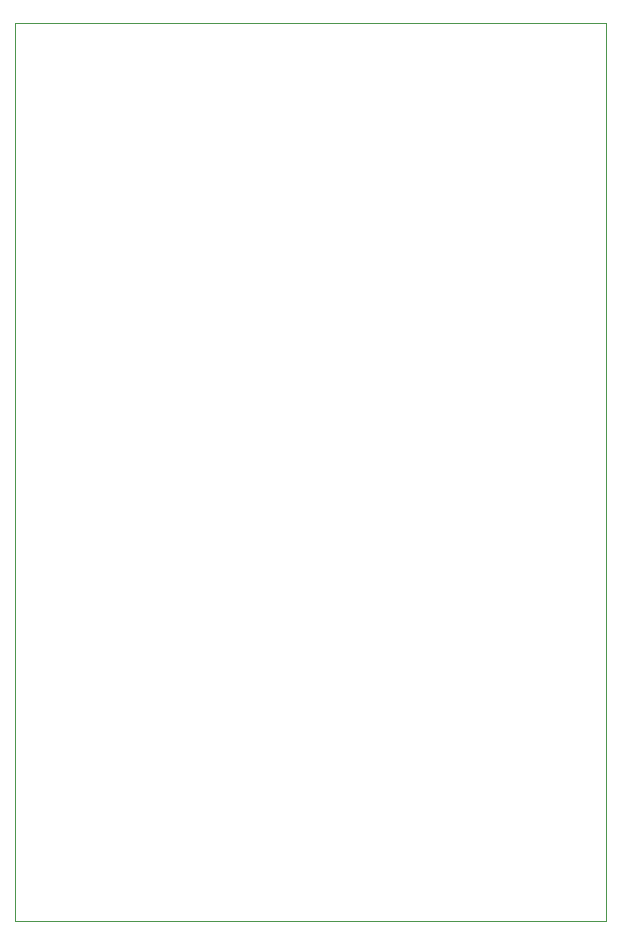
<source format=gbr>
%TF.GenerationSoftware,KiCad,Pcbnew,(5.1.10)-1*%
%TF.CreationDate,2022-01-20T20:18:56+07:00*%
%TF.ProjectId,PCB_4x_pnlz1_3,5043425f-3478-45f7-906e-6c7a315f332e,rev?*%
%TF.SameCoordinates,Original*%
%TF.FileFunction,Profile,NP*%
%FSLAX46Y46*%
G04 Gerber Fmt 4.6, Leading zero omitted, Abs format (unit mm)*
G04 Created by KiCad (PCBNEW (5.1.10)-1) date 2022-01-20 20:18:56*
%MOMM*%
%LPD*%
G01*
G04 APERTURE LIST*
%TA.AperFunction,Profile*%
%ADD10C,0.100000*%
%TD*%
G04 APERTURE END LIST*
D10*
X59500000Y-129400000D02*
X59500000Y-53400000D01*
X109500000Y-129400000D02*
X59500000Y-129400000D01*
X109500000Y-53400000D02*
X109500000Y-129400000D01*
X59500000Y-53400000D02*
X109500000Y-53400000D01*
M02*

</source>
